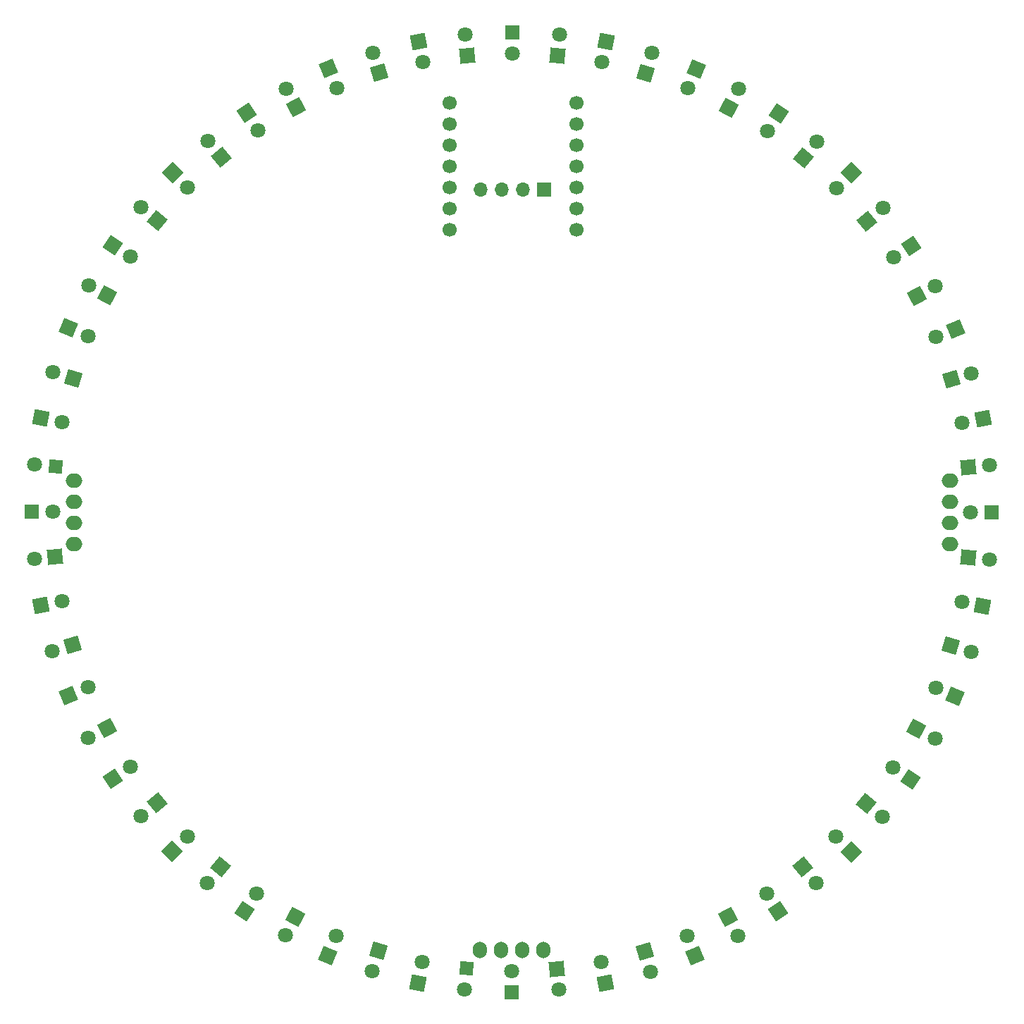
<source format=gbr>
%TF.GenerationSoftware,KiCad,Pcbnew,7.0.9*%
%TF.CreationDate,2024-06-22T14:18:39+09:00*%
%TF.ProjectId,Center_Line,43656e74-6572-45f4-9c69-6e652e6b6963,rev?*%
%TF.SameCoordinates,PX914aa10PY60e6338*%
%TF.FileFunction,Soldermask,Top*%
%TF.FilePolarity,Negative*%
%FSLAX46Y46*%
G04 Gerber Fmt 4.6, Leading zero omitted, Abs format (unit mm)*
G04 Created by KiCad (PCBNEW 7.0.9) date 2024-06-22 14:18:39*
%MOMM*%
%LPD*%
G01*
G04 APERTURE LIST*
G04 Aperture macros list*
%AMRotRect*
0 Rectangle, with rotation*
0 The origin of the aperture is its center*
0 $1 length*
0 $2 width*
0 $3 Rotation angle, in degrees counterclockwise*
0 Add horizontal line*
21,1,$1,$2,0,0,$3*%
G04 Aperture macros list end*
%ADD10O,1.700000X2.000000*%
%ADD11O,2.000000X1.700000*%
%ADD12C,1.700000*%
%ADD13RotRect,1.800000X1.800000X230.625000*%
%ADD14C,1.800000*%
%ADD15RotRect,1.800000X1.800000X196.875000*%
%ADD16RotRect,1.800000X1.800000X123.750000*%
%ADD17RotRect,1.800000X1.800000X354.375000*%
%ADD18RotRect,1.800000X1.800000X343.125000*%
%ADD19R,1.700000X1.700000*%
%ADD20O,1.700000X1.700000*%
%ADD21RotRect,1.800000X1.800000X106.875000*%
%ADD22RotRect,1.800000X1.800000X146.250000*%
%ADD23RotRect,1.800000X1.800000X78.750000*%
%ADD24RotRect,1.800000X1.800000X67.500000*%
%ADD25RotRect,1.800000X1.800000X303.750000*%
%ADD26RotRect,1.800000X1.800000X135.000000*%
%ADD27RotRect,1.800000X1.800000X61.875000*%
%ADD28RotRect,1.800000X1.800000X315.000000*%
%ADD29RotRect,1.800000X1.800000X11.250000*%
%ADD30RotRect,1.800000X1.800000X151.875000*%
%ADD31RotRect,1.800000X1.800000X320.625000*%
%ADD32R,1.800000X1.800000*%
%ADD33RotRect,1.800000X1.800000X191.250000*%
%ADD34RotRect,1.800000X1.800000X348.750000*%
%ADD35RotRect,1.800000X1.800000X275.625000*%
%ADD36RotRect,1.800000X1.800000X309.375000*%
%ADD37RotRect,1.800000X1.800000X326.250000*%
%ADD38RotRect,1.800000X1.800000X225.000000*%
%ADD39RotRect,1.800000X1.800000X129.375000*%
%ADD40RotRect,1.800000X1.800000X219.375000*%
%ADD41RotRect,1.800000X1.800000X28.125000*%
%ADD42RotRect,1.800000X1.800000X140.625000*%
%ADD43RotRect,1.800000X1.800000X118.125000*%
%ADD44RotRect,1.800000X1.800000X258.750000*%
%ADD45RotRect,1.800000X1.800000X84.375000*%
%ADD46RotRect,1.800000X1.800000X16.875000*%
%ADD47RotRect,1.600000X1.600000X264.375000*%
%ADD48RotRect,1.800000X1.800000X208.125000*%
%ADD49RotRect,1.800000X1.800000X39.375000*%
%ADD50RotRect,1.800000X1.800000X56.250000*%
%ADD51RotRect,1.800000X1.800000X298.125000*%
%ADD52RotRect,1.800000X1.800000X236.250000*%
%ADD53RotRect,1.800000X1.800000X202.500000*%
%ADD54RotRect,1.800000X1.800000X33.750000*%
%ADD55RotRect,1.800000X1.800000X286.875000*%
%ADD56RotRect,1.800000X1.800000X331.875000*%
%ADD57RotRect,1.800000X1.800000X101.250000*%
%ADD58RotRect,1.800000X1.800000X22.500000*%
%ADD59RotRect,1.800000X1.800000X157.500000*%
%ADD60RotRect,1.800000X1.800000X247.500000*%
%ADD61RotRect,1.800000X1.800000X292.500000*%
%ADD62RotRect,1.800000X1.800000X45.000000*%
%ADD63RotRect,1.800000X1.800000X253.125000*%
%ADD64RotRect,1.800000X1.800000X95.625000*%
%ADD65RotRect,1.800000X1.800000X163.125000*%
%ADD66RotRect,1.800000X1.800000X168.750000*%
%ADD67RotRect,1.800000X1.800000X50.625000*%
%ADD68RotRect,1.800000X1.800000X213.750000*%
%ADD69RotRect,1.800000X1.800000X73.125000*%
%ADD70RotRect,1.800000X1.800000X185.625000*%
%ADD71RotRect,1.800000X1.800000X281.250000*%
%ADD72RotRect,1.800000X1.800000X5.625000*%
%ADD73RotRect,1.800000X1.800000X241.875000*%
%ADD74RotRect,1.600000X1.600000X174.375000*%
%ADD75RotRect,1.800000X1.800000X337.500000*%
%ADD76RotRect,1.800000X1.800000X112.500000*%
G04 APERTURE END LIST*
D10*
%TO.C,J4*%
X-3825400Y-52597200D03*
X-1285400Y-52597200D03*
X1254600Y-52597200D03*
X3794600Y-52597200D03*
%TD*%
D11*
%TO.C,J3*%
X52628800Y-3870000D03*
X52628800Y-1330000D03*
X52628800Y1210000D03*
X52628800Y3750000D03*
%TD*%
D12*
%TO.C,U2*%
X-7518400Y49180600D03*
X-7518400Y46640600D03*
X-7518400Y44100600D03*
X-7518400Y41560600D03*
X-7518400Y39020600D03*
X-7518400Y36480600D03*
X-7518400Y33940600D03*
X7721600Y33940600D03*
X7721600Y36480600D03*
X7721600Y39020600D03*
X7721600Y41560600D03*
X7721600Y44100600D03*
X7721600Y46640600D03*
X7721600Y49180600D03*
%TD*%
D11*
%TO.C,J2*%
X-52578000Y3790800D03*
X-52578000Y1250800D03*
X-52578000Y-1289200D03*
X-52578000Y-3829200D03*
%TD*%
D13*
%TO.C,D20*%
X-35006519Y-42575493D03*
D14*
X-36617878Y-44538940D03*
%TD*%
D15*
%TO.C,D23*%
X-52760533Y-15951649D03*
D14*
X-55191161Y-16688972D03*
%TD*%
D16*
%TO.C,Q14*%
X31997052Y-47978411D03*
D14*
X30585904Y-45866478D03*
%TD*%
D17*
%TO.C,D9*%
X54848808Y-5453182D03*
D14*
X57376577Y-5702146D03*
%TD*%
D18*
%TO.C,D10*%
X52731041Y-16048872D03*
D14*
X55161669Y-16786195D03*
%TD*%
D19*
%TO.C,J1*%
X3875400Y38747000D03*
D20*
X1335400Y38747000D03*
X-1204600Y38747000D03*
X-3744600Y38747000D03*
%TD*%
D21*
%TO.C,D31*%
X-15951649Y52760532D03*
D14*
X-16688972Y55191160D03*
%TD*%
D22*
%TO.C,Q12*%
X47921964Y-32081530D03*
D14*
X45810031Y-30670382D03*
%TD*%
D23*
%TO.C,Q18*%
X-11300527Y-56551192D03*
D14*
X-10804998Y-54059997D03*
%TD*%
D24*
%TO.C,Q19*%
X-22115981Y-53259953D03*
D14*
X-21143965Y-50913299D03*
%TD*%
D25*
%TO.C,Q30*%
X-31902400Y48012200D03*
D14*
X-30491252Y45900267D03*
%TD*%
D26*
%TO.C,Q13*%
X40742361Y-40814204D03*
D14*
X38946310Y-39018153D03*
%TD*%
D27*
%TO.C,D3*%
X26027813Y48586848D03*
D14*
X27225161Y50826928D03*
%TD*%
D28*
%TO.C,Q29*%
X-40742361Y40814204D03*
D14*
X-38946310Y39018153D03*
%TD*%
D29*
%TO.C,Q24*%
X-56571013Y-11200879D03*
D14*
X-54079818Y-10705350D03*
%TD*%
D30*
%TO.C,D27*%
X-48586850Y26027811D03*
D14*
X-50826930Y27225159D03*
%TD*%
D31*
%TO.C,D12*%
X42575492Y-35006520D03*
D14*
X44538939Y-36617879D03*
%TD*%
D32*
%TO.C,Q1*%
X50800Y57669200D03*
D14*
X50800Y55129200D03*
%TD*%
D33*
%TO.C,Q8*%
X56571013Y11200879D03*
D14*
X54079818Y10705350D03*
%TD*%
D34*
%TO.C,Q26*%
X-56551192Y11300527D03*
D14*
X-54059997Y10804998D03*
%TD*%
D35*
%TO.C,D16*%
X5352072Y-54858767D03*
D14*
X5601036Y-57386536D03*
%TD*%
D36*
%TO.C,D13*%
X34927983Y-42639946D03*
D14*
X36539342Y-44603393D03*
%TD*%
D37*
%TO.C,Q28*%
X-47921964Y32081530D03*
D14*
X-45810031Y30670382D03*
%TD*%
D38*
%TO.C,Q5*%
X40814204Y40742361D03*
D14*
X39018153Y38946310D03*
%TD*%
D39*
%TO.C,D29*%
X-34927984Y42639944D03*
D14*
X-36539343Y44603391D03*
%TD*%
D40*
%TO.C,D21*%
X-42639945Y-34927984D03*
D14*
X-44603392Y-36539343D03*
%TD*%
D41*
%TO.C,D6*%
X48634743Y25938210D03*
D14*
X50874823Y27135558D03*
%TD*%
D42*
%TO.C,D28*%
X-42575493Y35006518D03*
D14*
X-44538940Y36617877D03*
%TD*%
D43*
%TO.C,D30*%
X-25938212Y48634741D03*
D14*
X-27135560Y50874821D03*
%TD*%
D44*
%TO.C,Q2*%
X11300527Y56551192D03*
D14*
X10804998Y54059997D03*
%TD*%
D45*
%TO.C,D1*%
X5453182Y54848807D03*
D14*
X5702146Y57376576D03*
%TD*%
D46*
%TO.C,D7*%
X52760534Y15951647D03*
D14*
X55191162Y16688970D03*
%TD*%
D47*
%TO.C,D17*%
X-5453181Y-54848809D03*
D14*
X-5702145Y-57376578D03*
%TD*%
D48*
%TO.C,D22*%
X-48634742Y-25938212D03*
D14*
X-50874822Y-27135560D03*
%TD*%
D49*
%TO.C,D5*%
X42639946Y34927982D03*
D14*
X44603393Y36539341D03*
%TD*%
D50*
%TO.C,Q20*%
X-32081530Y-47921964D03*
D14*
X-30670382Y-45810031D03*
%TD*%
D51*
%TO.C,D14*%
X25938211Y-48634743D03*
D14*
X27135559Y-50874823D03*
%TD*%
D52*
%TO.C,Q4*%
X32081530Y47921964D03*
D14*
X30670382Y45810031D03*
%TD*%
D53*
%TO.C,Q7*%
X53298834Y22022114D03*
D14*
X50952180Y21050098D03*
%TD*%
D54*
%TO.C,Q22*%
X-47978411Y-31997052D03*
D14*
X-45866478Y-30585904D03*
%TD*%
D55*
%TO.C,D15*%
X15951648Y-52760534D03*
D14*
X16688971Y-55191162D03*
%TD*%
D56*
%TO.C,D11*%
X48586849Y-26027813D03*
D14*
X50826929Y-27225161D03*
%TD*%
D57*
%TO.C,Q16*%
X11200879Y-56571013D03*
D14*
X10705350Y-54079818D03*
%TD*%
D32*
%TO.C,Q17*%
X-50800Y-57669200D03*
D14*
X-50800Y-55129200D03*
%TD*%
D58*
%TO.C,Q23*%
X-53298834Y-22022114D03*
D14*
X-50952180Y-21050098D03*
%TD*%
D59*
%TO.C,Q11*%
X53259953Y-22115981D03*
D14*
X50913299Y-21143965D03*
%TD*%
D60*
%TO.C,Q3*%
X22115981Y53259953D03*
D14*
X21143965Y50913299D03*
%TD*%
D61*
%TO.C,Q31*%
X-22022114Y53298834D03*
D14*
X-21050098Y50952180D03*
%TD*%
D62*
%TO.C,Q21*%
X-40814204Y-40742361D03*
D14*
X-39018153Y-38946310D03*
%TD*%
D63*
%TO.C,D18*%
X-16048871Y-52731042D03*
D14*
X-16786194Y-55161670D03*
%TD*%
D64*
%TO.C,D32*%
X-5352073Y54858766D03*
D14*
X-5601037Y57386535D03*
%TD*%
D65*
%TO.C,D26*%
X-52731041Y16048870D03*
D14*
X-55161669Y16786193D03*
%TD*%
D66*
%TO.C,Q10*%
X56551192Y-11300527D03*
D14*
X54059997Y-10804998D03*
%TD*%
D67*
%TO.C,D4*%
X35006520Y42575491D03*
D14*
X36617879Y44538938D03*
%TD*%
D68*
%TO.C,Q6*%
X47978411Y31997052D03*
D14*
X45866478Y30585904D03*
%TD*%
D69*
%TO.C,D2*%
X16048872Y52731040D03*
D14*
X16786195Y55161668D03*
%TD*%
D70*
%TO.C,D24*%
X-54858766Y-5352073D03*
D14*
X-57386535Y-5601037D03*
%TD*%
D71*
%TO.C,Q32*%
X-11176000Y56521200D03*
D14*
X-10680471Y54030005D03*
%TD*%
D72*
%TO.C,D8*%
X54858767Y5352071D03*
D14*
X57386536Y5601035D03*
%TD*%
D73*
%TO.C,D19*%
X-26027812Y-48586850D03*
D14*
X-27225160Y-50826930D03*
%TD*%
D74*
%TO.C,D25*%
X-54848808Y5453180D03*
D14*
X-57376577Y5702144D03*
%TD*%
D32*
%TO.C,Q9*%
X57669200Y-50800D03*
D14*
X55129200Y-50800D03*
%TD*%
D75*
%TO.C,Q27*%
X-53259953Y22115981D03*
D14*
X-50913299Y21143965D03*
%TD*%
D76*
%TO.C,Q15*%
X22022114Y-53298834D03*
D14*
X21050098Y-50952180D03*
%TD*%
D32*
%TO.C,Q25*%
X-57669200Y50800D03*
D14*
X-55129200Y50800D03*
%TD*%
M02*

</source>
